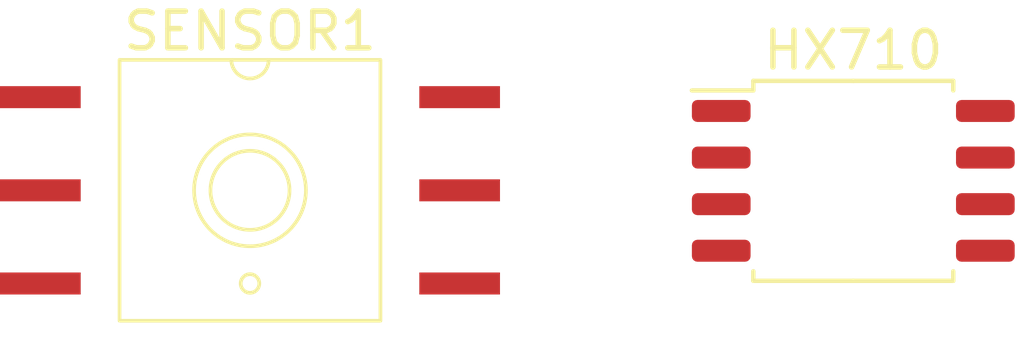
<source format=kicad_pcb>
(kicad_pcb (version 20221018) (generator pcbnew)
  (layers (0 "F.Cu" signal) (31 "B.Cu" signal) (34 "B.Paste" user) (35 "F.Paste" user) (36 "B.SilkS" user "B.Silkscreen") (37 "F.SilkS" user "F.Silkscreen") (38 "B.Mask" user) (39 "F.Mask" user) (44 "Edge.Cuts" user))
  (net 0 "")
  (net 1 "VCC")
  (net 2 "GND")
  (net 3 "Net-(HX710-IN_NEG)")
  (net 4 "Net-(HX710-IN_POS)")
  (net 7 "Net-(R1-Pad1)")
  (net 9 "Net-(SENSOR1-Vpos)")
  (footprint "Package_SO:SOIC-8_5.23x5.23mm_P1.27mm" (layer "F.Cu") (at 146.304 87.122)
    (fp_text reference "HX710" (at 0 -3.56) (layer "F.SilkS"))
    (fp_text value "~")
    (fp_line (start -2.725 -2.725) (end -2.725 -2.465) (stroke (width 0.12)) (layer "F.SilkS"))
    (fp_line (start -2.725 -2.465) (end -4.4 -2.465) (stroke (width 0.12)) (layer "F.SilkS"))
    (fp_line (start -2.725 2.725) (end -2.725 2.465) (stroke (width 0.12)) (layer "F.SilkS"))
    (fp_line (start 0 -2.725) (end -2.725 -2.725) (stroke (width 0.12)) (layer "F.SilkS"))
    (fp_line (start 0 -2.725) (end 2.725 -2.725) (stroke (width 0.12)) (layer "F.SilkS"))
    (fp_line (start 0 2.725) (end -2.725 2.725) (stroke (width 0.12)) (layer "F.SilkS"))
    (fp_line (start 0 2.725) (end 2.725 2.725) (stroke (width 0.12)) (layer "F.SilkS"))
    (fp_line (start 2.725 -2.725) (end 2.725 -2.465) (stroke (width 0.12)) (layer "F.SilkS"))
    (fp_line (start 2.725 2.725) (end 2.725 2.465) (stroke (width 0.12)) (layer "F.SilkS"))
    (pad "1" smd roundrect (at -3.6 -1.905) (size 1.6 0.6) (layers "F.Cu" "F.Paste" "F.Mask") (net 1 "VCC"))
    (pad "2" smd roundrect (at -3.6 -0.635) (size 1.6 0.6) (layers "F.Cu" "F.Paste" "F.Mask") (net 2 "GND"))
    (pad "3" smd roundrect (at -3.6 0.635) (size 1.6 0.6) (layers "F.Cu" "F.Paste" "F.Mask") (net 3 "Net-(HX710-IN_NEG)"))
    (pad "4" smd roundrect (at -3.6 1.905) (size 1.6 0.6) (layers "F.Cu" "F.Paste" "F.Mask") (net 4 "Net-(HX710-IN_POS)"))
    (pad "5" smd roundrect (at 3.6 1.905) (size 1.6 0.6) (layers "F.Cu" "F.Paste" "F.Mask"))
    (pad "6" smd roundrect (at 3.6 0.635) (size 1.6 0.6) (layers "F.Cu" "F.Paste" "F.Mask"))
    (pad "7" smd roundrect (at 3.6 -0.635) (size 1.6 0.6) (layers "F.Cu" "F.Paste" "F.Mask"))
    (pad "8" smd roundrect (at 3.6 -1.905) (size 1.6 0.6) (layers "F.Cu" "F.Paste" "F.Mask"))
  )
  (footprint "Library:pressure-sensor-SOIC-6" (layer "F.Cu") (at 129.858 87.38)
    (fp_text reference "SENSOR1" (at 0 -4.34) (layer "F.SilkS"))
    (fp_text value "~" hide)
    (fp_rect (start -3.556 -3.556) (end 3.556 3.556) (stroke (width 0.1)) (fill none) (layer "F.SilkS"))
    (fp_arc (start 0.508 -3.556) (mid 0 -3.048) (end -0.508 -3.556) (stroke (width 0.1)) (layer "F.SilkS"))
    (fp_circle (center 0 0) (end 0.762 0.762) (stroke (width 0.1)) (fill none) (layer "F.SilkS"))
    (fp_circle (center 0 0) (end 1.524 0) (stroke (width 0.1)) (fill none) (layer "F.SilkS"))
    (fp_circle (center 0 2.54) (end 0.254 2.54) (stroke (width 0.1)) (fill none) (layer "F.SilkS"))
    (pad "1" smd rect (at -5.715 -2.54 270) (size 0.6 2.2) (layers "F.Cu" "F.Paste" "F.Mask") (net 7 "Net-(R1-Pad1)"))
    (pad "2" smd rect (at -5.715 0 270) (size 0.6 2.2) (layers "F.Cu" "F.Paste" "F.Mask") (net 2 "GND"))
    (pad "3" smd rect (at -5.715 2.54 270) (size 0.6 2.2) (layers "F.Cu" "F.Paste" "F.Mask"))
    (pad "4" smd rect (at 5.715 2.54 270) (size 0.6 2.2) (layers "F.Cu" "F.Paste" "F.Mask") (net 9 "Net-(SENSOR1-Vpos)"))
    (pad "5" smd rect (at 5.715 0 270) (size 0.6 2.2) (layers "F.Cu" "F.Paste" "F.Mask") (net 1 "VCC"))
    (pad "6" smd rect (at 5.715 -2.54 270) (size 0.6 2.2) (layers "F.Cu" "F.Paste" "F.Mask") (net 7 "Net-(R1-Pad1)"))
  )
)
</source>
